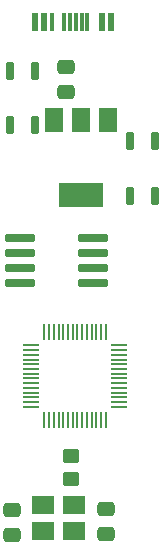
<source format=gtp>
%TF.GenerationSoftware,KiCad,Pcbnew,(6.0.4)*%
%TF.CreationDate,2022-11-10T18:02:23+09:00*%
%TF.ProjectId,rp2040-test,72703230-3430-42d7-9465-73742e6b6963,rev?*%
%TF.SameCoordinates,Original*%
%TF.FileFunction,Paste,Top*%
%TF.FilePolarity,Positive*%
%FSLAX46Y46*%
G04 Gerber Fmt 4.6, Leading zero omitted, Abs format (unit mm)*
G04 Created by KiCad (PCBNEW (6.0.4)) date 2022-11-10 18:02:23*
%MOMM*%
%LPD*%
G01*
G04 APERTURE LIST*
G04 Aperture macros list*
%AMRoundRect*
0 Rectangle with rounded corners*
0 $1 Rounding radius*
0 $2 $3 $4 $5 $6 $7 $8 $9 X,Y pos of 4 corners*
0 Add a 4 corners polygon primitive as box body*
4,1,4,$2,$3,$4,$5,$6,$7,$8,$9,$2,$3,0*
0 Add four circle primitives for the rounded corners*
1,1,$1+$1,$2,$3*
1,1,$1+$1,$4,$5*
1,1,$1+$1,$6,$7*
1,1,$1+$1,$8,$9*
0 Add four rect primitives between the rounded corners*
20,1,$1+$1,$2,$3,$4,$5,0*
20,1,$1+$1,$4,$5,$6,$7,0*
20,1,$1+$1,$6,$7,$8,$9,0*
20,1,$1+$1,$8,$9,$2,$3,0*%
G04 Aperture macros list end*
%ADD10RoundRect,0.250000X-0.450000X0.350000X-0.450000X-0.350000X0.450000X-0.350000X0.450000X0.350000X0*%
%ADD11RoundRect,0.162500X0.162500X-0.612500X0.162500X0.612500X-0.162500X0.612500X-0.162500X-0.612500X0*%
%ADD12R,0.575000X1.650000*%
%ADD13R,0.300000X1.650000*%
%ADD14R,1.350000X0.200000*%
%ADD15R,0.200000X1.350000*%
%ADD16RoundRect,0.250000X-0.475000X0.337500X-0.475000X-0.337500X0.475000X-0.337500X0.475000X0.337500X0*%
%ADD17RoundRect,0.150000X-1.150000X-0.150000X1.150000X-0.150000X1.150000X0.150000X-1.150000X0.150000X0*%
%ADD18RoundRect,0.250000X0.475000X-0.337500X0.475000X0.337500X-0.475000X0.337500X-0.475000X-0.337500X0*%
%ADD19R,1.500000X2.000000*%
%ADD20R,3.800000X2.000000*%
%ADD21R,1.900000X1.650000*%
G04 APERTURE END LIST*
D10*
%TO.C,R6*%
X117950000Y-75550000D03*
X117950000Y-77550000D03*
%TD*%
D11*
%TO.C,SW2*%
X122925000Y-53550000D03*
X122925000Y-48900000D03*
X125075000Y-48900000D03*
X125075000Y-53550000D03*
%TD*%
D12*
%TO.C,J1*%
X115650000Y-38850000D03*
X120550000Y-38850000D03*
D13*
X118850000Y-38850000D03*
X117850000Y-38850000D03*
X118350000Y-38850000D03*
X117350000Y-38850000D03*
D12*
X121325000Y-38850000D03*
X114875000Y-38850000D03*
D13*
X119350000Y-38850000D03*
X116350000Y-38850000D03*
%TD*%
D11*
%TO.C,SW1*%
X112775000Y-47579000D03*
X112775000Y-42929000D03*
X114925000Y-47579000D03*
X114925000Y-42929000D03*
%TD*%
D14*
%TO.C,U1*%
X114600000Y-66200000D03*
X114600000Y-66600000D03*
X114600000Y-67000000D03*
X114600000Y-67400000D03*
X114600000Y-67800000D03*
X114600000Y-68200000D03*
X114600000Y-68600000D03*
X114600000Y-69000000D03*
X114600000Y-69400000D03*
X114600000Y-69800000D03*
X114600000Y-70200000D03*
X114600000Y-70600000D03*
X114600000Y-71000000D03*
X114600000Y-71400000D03*
D15*
X115700000Y-72500000D03*
X116100000Y-72500000D03*
X116500000Y-72500000D03*
X116900000Y-72500000D03*
X117300000Y-72500000D03*
X117700000Y-72500000D03*
X118100000Y-72500000D03*
X118500000Y-72500000D03*
X118900000Y-72500000D03*
X119300000Y-72500000D03*
X119700000Y-72500000D03*
X120100000Y-72500000D03*
X120500000Y-72500000D03*
X120900000Y-72500000D03*
D14*
X122000000Y-71400000D03*
X122000000Y-71000000D03*
X122000000Y-70600000D03*
X122000000Y-70200000D03*
X122000000Y-69800000D03*
X122000000Y-69400000D03*
X122000000Y-69000000D03*
X122000000Y-68600000D03*
X122000000Y-68200000D03*
X122000000Y-67800000D03*
X122000000Y-67400000D03*
X122000000Y-67000000D03*
X122000000Y-66600000D03*
X122000000Y-66200000D03*
D15*
X120900000Y-65100000D03*
X120500000Y-65100000D03*
X120100000Y-65100000D03*
X119700000Y-65100000D03*
X119300000Y-65100000D03*
X118900000Y-65100000D03*
X118500000Y-65100000D03*
X118100000Y-65100000D03*
X117700000Y-65100000D03*
X117300000Y-65100000D03*
X116900000Y-65100000D03*
X116500000Y-65100000D03*
X116100000Y-65100000D03*
X115700000Y-65100000D03*
%TD*%
D16*
%TO.C,C11*%
X113000000Y-80162500D03*
X113000000Y-82237500D03*
%TD*%
D17*
%TO.C,U2*%
X113610000Y-57105000D03*
X113610000Y-58375000D03*
X113610000Y-59645000D03*
X113610000Y-60915000D03*
X119810000Y-60915000D03*
X119810000Y-59645000D03*
X119810000Y-58375000D03*
X119810000Y-57105000D03*
%TD*%
D18*
%TO.C,C12*%
X120900000Y-82137500D03*
X120900000Y-80062500D03*
%TD*%
%TO.C,C14*%
X117500000Y-44737500D03*
X117500000Y-42662500D03*
%TD*%
D19*
%TO.C,U3*%
X121100000Y-47150000D03*
X118800000Y-47150000D03*
D20*
X118800000Y-53450000D03*
D19*
X116500000Y-47150000D03*
%TD*%
D21*
%TO.C,Y1*%
X115550000Y-81875000D03*
X118250000Y-81875000D03*
X118250000Y-79725000D03*
X115550000Y-79725000D03*
%TD*%
M02*

</source>
